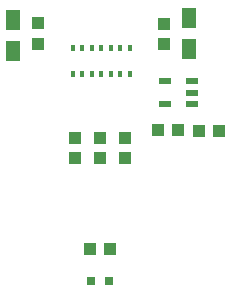
<source format=gbr>
G04 EAGLE Gerber RS-274X export*
G75*
%MOMM*%
%FSLAX34Y34*%
%LPD*%
%INSolderpaste Top*%
%IPPOS*%
%AMOC8*
5,1,8,0,0,1.08239X$1,22.5*%
G01*
%ADD10R,1.000000X1.100000*%
%ADD11R,0.800000X0.800000*%
%ADD12R,0.350000X0.500000*%
%ADD13R,1.016000X0.508000*%
%ADD14R,1.230000X1.800000*%
%ADD15R,1.100000X1.000000*%


D10*
X428371Y384580D03*
X445371Y384580D03*
D11*
X336912Y257241D03*
X351912Y257241D03*
D10*
X352912Y284386D03*
X335912Y284386D03*
D12*
X321408Y454520D03*
X329408Y454520D03*
X337408Y454520D03*
X345408Y454520D03*
X353408Y454520D03*
X361408Y454520D03*
X369408Y454520D03*
X321408Y433020D03*
X329408Y433020D03*
X337408Y433020D03*
X345408Y433020D03*
X353408Y433020D03*
X361408Y433020D03*
X369408Y433020D03*
D13*
X422085Y407505D03*
X422085Y417005D03*
X422085Y426505D03*
X399225Y426505D03*
X399225Y407505D03*
D10*
X398304Y457781D03*
X398304Y474781D03*
X291497Y475574D03*
X291497Y458574D03*
D14*
X270510Y478587D03*
X270510Y452387D03*
X419322Y454070D03*
X419322Y480270D03*
D15*
X323056Y378388D03*
X323056Y361388D03*
X344488Y378388D03*
X344488Y361388D03*
X365919Y378388D03*
X365919Y361388D03*
X410138Y384969D03*
X393138Y384969D03*
M02*

</source>
